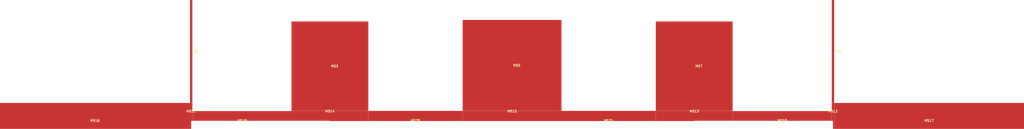
<source format=kicad_pcb>
(kicad_pcb (version 4) (host pcbnew 4.0.4+dfsg1-stable)

  (general
    (links 0)
    (no_connects 0)
    (area 43.770978 34.760569 153.353842 48.963006)
    (thickness 1.6)
    (drawings 0)
    (tracks 0)
    (zones 0)
    (modules 16)
    (nets 1)
  )

  (page A4)
  (layers
    (0 F.Cu signal)
    (31 B.Cu signal)
    (32 B.Adhes user)
    (33 F.Adhes user)
    (34 B.Paste user)
    (35 F.Paste user)
    (36 B.SilkS user)
    (37 F.SilkS user)
    (38 B.Mask user)
    (39 F.Mask user)
    (40 Dwgs.User user)
    (41 Cmts.User user)
    (42 Eco1.User user)
    (43 Eco2.User user)
    (44 Edge.Cuts user)
    (45 Margin user)
    (46 B.CrtYd user)
    (47 F.CrtYd user)
    (48 B.Fab user)
    (49 F.Fab user)
  )

  (setup
    (last_trace_width 0.25)
    (trace_clearance 0.2)
    (zone_clearance 0.508)
    (zone_45_only no)
    (trace_min 0.2)
    (segment_width 0.2)
    (edge_width 0.15)
    (via_size 0.6)
    (via_drill 0.4)
    (via_min_size 0.4)
    (via_min_drill 0.3)
    (uvia_size 0.3)
    (uvia_drill 0.1)
    (uvias_allowed no)
    (uvia_min_size 0.2)
    (uvia_min_drill 0.1)
    (pcb_text_width 0.3)
    (pcb_text_size 1.5 1.5)
    (mod_edge_width 0.15)
    (mod_text_size 1 1)
    (mod_text_width 0.15)
    (pad_size 11.016426 0.253746)
    (pad_drill 0)
    (pad_to_mask_clearance 0.2)
    (aux_axis_origin 0 0)
    (visible_elements FFFFFF7F)
    (pcbplotparams
      (layerselection 0x00030_80000001)
      (usegerberextensions false)
      (excludeedgelayer true)
      (linewidth 0.150000)
      (plotframeref false)
      (viasonmask false)
      (mode 1)
      (useauxorigin false)
      (hpglpennumber 1)
      (hpglpenspeed 20)
      (hpglpendiameter 15)
      (hpglpenoverlay 2)
      (psnegative false)
      (psa4output false)
      (plotreference true)
      (plotvalue true)
      (plotinvisibletext false)
      (padsonsilk false)
      (subtractmaskfromsilk false)
      (outputformat 1)
      (mirror false)
      (drillshape 1)
      (scaleselection 1)
      (outputdirectory ""))
  )

  (net 0 "")

  (net_class Default "This is the default net class."
    (clearance 0.2)
    (trace_width 0.25)
    (via_dia 0.6)
    (via_drill 0.4)
    (uvia_dia 0.3)
    (uvia_drill 0.1)
  )

  (module MLIN (layer F.Cu) (tedit 5A32B884) (tstamp 0)
    (at 64.37 40.38 90)
    (fp_text reference MS1 (at 0 0.5 90) (layer F.SilkS)
      (effects (font (size 0.25 0.25) (thickness 0.05)))
    )
    (fp_text value micostrip_line (at 0 -0.5 90) (layer F.Fab)
      (effects (font (size 0.25 0.25) (thickness 0.05)))
    )
    (pad "" smd rect (at -0.088782 -0.01821 90) (size 11.016426 0.253746) (layers F.Cu))
  )

  (module MTEE (layer F.Cu) (tedit 0) (tstamp 0)
    (at 64.35179 47.37 180)
    (fp_text reference MS11 (at 0 0.5 360) (layer F.SilkS)
      (effects (font (size 0.25 0.25) (thickness 0.05)))
    )
    (fp_text value micostrip_tee (at 0 -0.5 360) (layer F.Fab)
      (effects (font (size 0.25 0.25) (thickness 0.05)))
    )
    (fp_poly (pts (xy 0 0) (xy 0 -0.51812) (xy -0.12687 -0.51812) (xy -0.12687 1.393)
      (xy 0.12687 1.393) (xy 0.12687 -1.393) (xy 0 -1.393)) (layer F.Cu) (width 0.00001))
  )

  (module MLIN (layer F.Cu) (tedit 0) (tstamp 0)
    (at 69.76244 47.37)
    (fp_text reference MS18 (at 0 0.5) (layer F.SilkS)
      (effects (font (size 0.25 0.25) (thickness 0.05)))
    )
    (fp_text value micostrip_line (at 0 -0.5) (layer F.Fab)
      (effects (font (size 0.25 0.25) (thickness 0.05)))
    )
    (pad "" smd rect (at 0 0) (size 10.567575 1.03624) (layers F.Cu))
  )

  (module MTEE (layer F.Cu) (tedit 0) (tstamp 0)
    (at 79.14224 47.37 180)
    (fp_text reference MS14 (at 0 0.5 360) (layer F.SilkS)
      (effects (font (size 0.25 0.25) (thickness 0.05)))
    )
    (fp_text value micostrip_tee (at 0 -0.5 360) (layer F.Fab)
      (effects (font (size 0.25 0.25) (thickness 0.05)))
    )
    (fp_poly (pts (xy 0 0) (xy 0 -0.54201) (xy -4.09602 -0.54201) (xy -4.09602 0.54201)
      (xy 4.09602 0.54201) (xy 4.09602 -0.51812) (xy 0 -0.51812)) (layer F.Cu) (width 0.00001))
  )

  (module MLIN (layer F.Cu) (tedit 0) (tstamp 0)
    (at 88.26606 47.37)
    (fp_text reference MS20 (at 0 0.5) (layer F.SilkS)
      (effects (font (size 0.25 0.25) (thickness 0.05)))
    )
    (fp_text value micostrip_line (at 0 -0.5) (layer F.Fab)
      (effects (font (size 0.25 0.25) (thickness 0.05)))
    )
    (pad "" smd rect (at 0 0) (size 10.055613 1.08403) (layers F.Cu))
  )

  (module MTEE (layer F.Cu) (tedit 0) (tstamp 0)
    (at 98.56241 47.37 180)
    (fp_text reference MS15 (at 0 0.5 360) (layer F.SilkS)
      (effects (font (size 0.25 0.25) (thickness 0.05)))
    )
    (fp_text value micostrip_tee (at 0 -0.5 360) (layer F.Fab)
      (effects (font (size 0.25 0.25) (thickness 0.05)))
    )
    (fp_poly (pts (xy 0 0) (xy 0 -0.54201) (xy -5.26855 -0.54201) (xy -5.26855 0.54201)
      (xy 5.26855 0.54201) (xy 5.26855 -0.54201) (xy 0 -0.54201)) (layer F.Cu) (width 0.00001))
  )

  (module MLIN (layer F.Cu) (tedit 0) (tstamp 0)
    (at 108.85876 47.37)
    (fp_text reference MS21 (at 0 0.5) (layer F.SilkS)
      (effects (font (size 0.25 0.25) (thickness 0.05)))
    )
    (fp_text value micostrip_line (at 0 -0.5) (layer F.Fab)
      (effects (font (size 0.25 0.25) (thickness 0.05)))
    )
    (pad "" smd rect (at 0 0) (size 10.055613 1.08403) (layers F.Cu))
  )

  (module MTEE (layer F.Cu) (tedit 0) (tstamp 0)
    (at 117.98258 47.37 180)
    (fp_text reference MS13 (at 0 0.5 360) (layer F.SilkS)
      (effects (font (size 0.25 0.25) (thickness 0.05)))
    )
    (fp_text value micostrip_tee (at 0 -0.5 360) (layer F.Fab)
      (effects (font (size 0.25 0.25) (thickness 0.05)))
    )
    (fp_poly (pts (xy 0 0) (xy 0 -0.51812) (xy -4.09602 -0.51812) (xy -4.09602 0.54201)
      (xy 4.09602 0.54201) (xy 4.09602 -0.54201) (xy 0 -0.54201)) (layer F.Cu) (width 0.00001))
  )

  (module MLIN (layer F.Cu) (tedit 0) (tstamp 0)
    (at 127.36238 47.37)
    (fp_text reference MS19 (at 0 0.5) (layer F.SilkS)
      (effects (font (size 0.25 0.25) (thickness 0.05)))
    )
    (fp_text value micostrip_line (at 0 -0.5) (layer F.Fab)
      (effects (font (size 0.25 0.25) (thickness 0.05)))
    )
    (pad "" smd rect (at 0 0) (size 10.567575 1.03624) (layers F.Cu))
  )

  (module MTEE (layer F.Cu) (tedit 0) (tstamp 0)
    (at 132.77303 47.37 180)
    (fp_text reference MS12 (at 0 0.5 360) (layer F.SilkS)
      (effects (font (size 0.25 0.25) (thickness 0.05)))
    )
    (fp_text value micostrip_tee (at 0 -0.5 360) (layer F.Fab)
      (effects (font (size 0.25 0.25) (thickness 0.05)))
    )
    (fp_poly (pts (xy 0 0) (xy 0 -1.393) (xy -0.12687 -1.393) (xy -0.12687 1.393)
      (xy 0.12687 1.393) (xy 0.12687 -0.51812) (xy 0 -0.51812)) (layer F.Cu) (width 0.00001))
  )

  (module MLIN (layer F.Cu) (tedit 0) (tstamp 0)
    (at 143.02687 47.37)
    (fp_text reference MS17 (at 0 0.5) (layer F.SilkS)
      (effects (font (size 0.25 0.25) (thickness 0.05)))
    )
    (fp_text value micostrip_line (at 0 -0.5) (layer F.Fab)
      (effects (font (size 0.25 0.25) (thickness 0.05)))
    )
    (pad "" smd rect (at 0 0) (size 20.253944 2.78601) (layers F.Cu))
  )

  (module MLIN (layer F.Cu) (tedit 0) (tstamp 0)
    (at 132.77303 40.46879 90)
    (fp_text reference MS9 (at 0 0.5 360) (layer F.SilkS)
      (effects (font (size 0.25 0.25) (thickness 0.05)))
    )
    (fp_text value micostrip_line (at 0 -0.5 360) (layer F.Fab)
      (effects (font (size 0.25 0.25) (thickness 0.05)))
    )
    (pad "" smd rect (at 0 0 90) (size 11.016426 0.243996) (layers F.Cu))
  )

  (module MLIN (layer F.Cu) (tedit 0) (tstamp 0)
    (at 117.98258 42.0419 90)
    (fp_text reference MS7 (at 0 0.5 360) (layer F.SilkS)
      (effects (font (size 0.25 0.25) (thickness 0.05)))
    )
    (fp_text value micostrip_line (at 0 -0.5 360) (layer F.Fab)
      (effects (font (size 0.25 0.25) (thickness 0.05)))
    )
    (pad "" smd rect (at 0 0 90) (size 9.572199 8.19205) (layers F.Cu))
  )

  (module MLIN (layer F.Cu) (tedit 0) (tstamp 0)
    (at 98.56241 41.961 90)
    (fp_text reference MS5 (at 0 0.5 360) (layer F.SilkS)
      (effects (font (size 0.25 0.25) (thickness 0.05)))
    )
    (fp_text value micostrip_line (at 0 -0.5 360) (layer F.Fab)
      (effects (font (size 0.25 0.25) (thickness 0.05)))
    )
    (pad "" smd rect (at 0 0 90) (size 9.733994 10.5371) (layers F.Cu))
  )

  (module MLIN (layer F.Cu) (tedit 0) (tstamp 0)
    (at 79.14224 42.0419 90)
    (fp_text reference MS3 (at 0 0.5 360) (layer F.SilkS)
      (effects (font (size 0.25 0.25) (thickness 0.05)))
    )
    (fp_text value micostrip_line (at 0 -0.5 360) (layer F.Fab)
      (effects (font (size 0.25 0.25) (thickness 0.05)))
    )
    (pad "" smd rect (at 0 0 90) (size 9.572199 8.19205) (layers F.Cu))
  )

  (module MLIN (layer F.Cu) (tedit 0) (tstamp 0)
    (at 54.09795 47.37)
    (fp_text reference MS16 (at 0 0.5) (layer F.SilkS)
      (effects (font (size 0.25 0.25) (thickness 0.05)))
    )
    (fp_text value micostrip_line (at 0 -0.5) (layer F.Fab)
      (effects (font (size 0.25 0.25) (thickness 0.05)))
    )
    (pad "" smd rect (at 0 0) (size 20.253944 2.78601) (layers F.Cu))
  )

)

</source>
